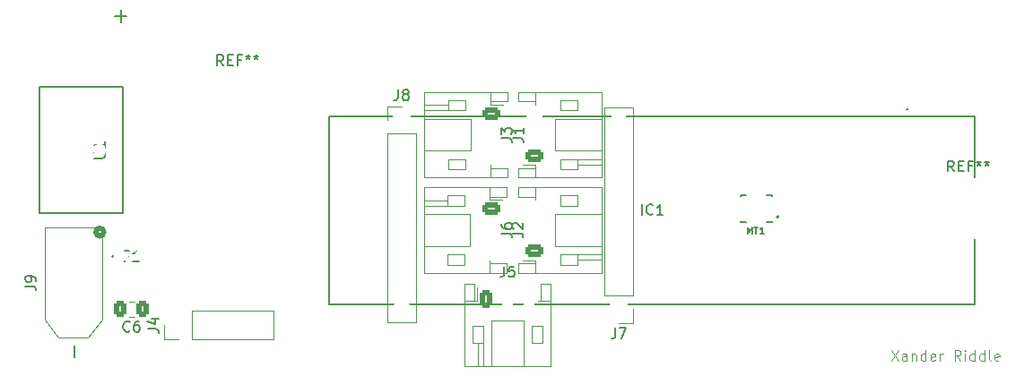
<source format=gto>
%TF.GenerationSoftware,KiCad,Pcbnew,8.0.4*%
%TF.CreationDate,2024-09-27T18:01:19-04:00*%
%TF.ProjectId,Sp-I,53702d49-2e6b-4696-9361-645f70636258,rev?*%
%TF.SameCoordinates,Original*%
%TF.FileFunction,Legend,Top*%
%TF.FilePolarity,Positive*%
%FSLAX46Y46*%
G04 Gerber Fmt 4.6, Leading zero omitted, Abs format (unit mm)*
G04 Created by KiCad (PCBNEW 8.0.4) date 2024-09-27 18:01:19*
%MOMM*%
%LPD*%
G01*
G04 APERTURE LIST*
G04 Aperture macros list*
%AMRoundRect*
0 Rectangle with rounded corners*
0 $1 Rounding radius*
0 $2 $3 $4 $5 $6 $7 $8 $9 X,Y pos of 4 corners*
0 Add a 4 corners polygon primitive as box body*
4,1,4,$2,$3,$4,$5,$6,$7,$8,$9,$2,$3,0*
0 Add four circle primitives for the rounded corners*
1,1,$1+$1,$2,$3*
1,1,$1+$1,$4,$5*
1,1,$1+$1,$6,$7*
1,1,$1+$1,$8,$9*
0 Add four rect primitives between the rounded corners*
20,1,$1+$1,$2,$3,$4,$5,0*
20,1,$1+$1,$4,$5,$6,$7,0*
20,1,$1+$1,$6,$7,$8,$9,0*
20,1,$1+$1,$8,$9,$2,$3,0*%
G04 Aperture macros list end*
%ADD10C,0.100000*%
%ADD11C,0.150000*%
%ADD12C,0.200000*%
%ADD13C,0.120000*%
%ADD14C,0.127000*%
%ADD15C,0.152400*%
%ADD16C,0.508000*%
%ADD17C,0.010000*%
%ADD18C,6.000000*%
%ADD19C,1.869000*%
%ADD20R,1.700000X1.700000*%
%ADD21O,1.700000X1.700000*%
%ADD22RoundRect,0.250000X0.337500X0.475000X-0.337500X0.475000X-0.337500X-0.475000X0.337500X-0.475000X0*%
%ADD23RoundRect,0.250000X-0.625000X0.350000X-0.625000X-0.350000X0.625000X-0.350000X0.625000X0.350000X0*%
%ADD24O,1.750000X1.200000*%
%ADD25RoundRect,0.250000X0.625000X-0.350000X0.625000X0.350000X-0.625000X0.350000X-0.625000X-0.350000X0*%
%ADD26R,3.800000X3.800000*%
%ADD27C,4.000000*%
%ADD28R,0.698500X0.939800*%
%ADD29C,1.270000*%
%ADD30RoundRect,0.250000X-0.350000X-0.625000X0.350000X-0.625000X0.350000X0.625000X-0.350000X0.625000X0*%
%ADD31O,1.200000X1.750000*%
G04 APERTURE END LIST*
D10*
X183208646Y-147872419D02*
X183875312Y-148872419D01*
X183875312Y-147872419D02*
X183208646Y-148872419D01*
X184684836Y-148872419D02*
X184684836Y-148348609D01*
X184684836Y-148348609D02*
X184637217Y-148253371D01*
X184637217Y-148253371D02*
X184541979Y-148205752D01*
X184541979Y-148205752D02*
X184351503Y-148205752D01*
X184351503Y-148205752D02*
X184256265Y-148253371D01*
X184684836Y-148824800D02*
X184589598Y-148872419D01*
X184589598Y-148872419D02*
X184351503Y-148872419D01*
X184351503Y-148872419D02*
X184256265Y-148824800D01*
X184256265Y-148824800D02*
X184208646Y-148729561D01*
X184208646Y-148729561D02*
X184208646Y-148634323D01*
X184208646Y-148634323D02*
X184256265Y-148539085D01*
X184256265Y-148539085D02*
X184351503Y-148491466D01*
X184351503Y-148491466D02*
X184589598Y-148491466D01*
X184589598Y-148491466D02*
X184684836Y-148443847D01*
X185161027Y-148205752D02*
X185161027Y-148872419D01*
X185161027Y-148300990D02*
X185208646Y-148253371D01*
X185208646Y-148253371D02*
X185303884Y-148205752D01*
X185303884Y-148205752D02*
X185446741Y-148205752D01*
X185446741Y-148205752D02*
X185541979Y-148253371D01*
X185541979Y-148253371D02*
X185589598Y-148348609D01*
X185589598Y-148348609D02*
X185589598Y-148872419D01*
X186494360Y-148872419D02*
X186494360Y-147872419D01*
X186494360Y-148824800D02*
X186399122Y-148872419D01*
X186399122Y-148872419D02*
X186208646Y-148872419D01*
X186208646Y-148872419D02*
X186113408Y-148824800D01*
X186113408Y-148824800D02*
X186065789Y-148777180D01*
X186065789Y-148777180D02*
X186018170Y-148681942D01*
X186018170Y-148681942D02*
X186018170Y-148396228D01*
X186018170Y-148396228D02*
X186065789Y-148300990D01*
X186065789Y-148300990D02*
X186113408Y-148253371D01*
X186113408Y-148253371D02*
X186208646Y-148205752D01*
X186208646Y-148205752D02*
X186399122Y-148205752D01*
X186399122Y-148205752D02*
X186494360Y-148253371D01*
X187351503Y-148824800D02*
X187256265Y-148872419D01*
X187256265Y-148872419D02*
X187065789Y-148872419D01*
X187065789Y-148872419D02*
X186970551Y-148824800D01*
X186970551Y-148824800D02*
X186922932Y-148729561D01*
X186922932Y-148729561D02*
X186922932Y-148348609D01*
X186922932Y-148348609D02*
X186970551Y-148253371D01*
X186970551Y-148253371D02*
X187065789Y-148205752D01*
X187065789Y-148205752D02*
X187256265Y-148205752D01*
X187256265Y-148205752D02*
X187351503Y-148253371D01*
X187351503Y-148253371D02*
X187399122Y-148348609D01*
X187399122Y-148348609D02*
X187399122Y-148443847D01*
X187399122Y-148443847D02*
X186922932Y-148539085D01*
X187827694Y-148872419D02*
X187827694Y-148205752D01*
X187827694Y-148396228D02*
X187875313Y-148300990D01*
X187875313Y-148300990D02*
X187922932Y-148253371D01*
X187922932Y-148253371D02*
X188018170Y-148205752D01*
X188018170Y-148205752D02*
X188113408Y-148205752D01*
X189780075Y-148872419D02*
X189446742Y-148396228D01*
X189208647Y-148872419D02*
X189208647Y-147872419D01*
X189208647Y-147872419D02*
X189589599Y-147872419D01*
X189589599Y-147872419D02*
X189684837Y-147920038D01*
X189684837Y-147920038D02*
X189732456Y-147967657D01*
X189732456Y-147967657D02*
X189780075Y-148062895D01*
X189780075Y-148062895D02*
X189780075Y-148205752D01*
X189780075Y-148205752D02*
X189732456Y-148300990D01*
X189732456Y-148300990D02*
X189684837Y-148348609D01*
X189684837Y-148348609D02*
X189589599Y-148396228D01*
X189589599Y-148396228D02*
X189208647Y-148396228D01*
X190208647Y-148872419D02*
X190208647Y-148205752D01*
X190208647Y-147872419D02*
X190161028Y-147920038D01*
X190161028Y-147920038D02*
X190208647Y-147967657D01*
X190208647Y-147967657D02*
X190256266Y-147920038D01*
X190256266Y-147920038D02*
X190208647Y-147872419D01*
X190208647Y-147872419D02*
X190208647Y-147967657D01*
X191113408Y-148872419D02*
X191113408Y-147872419D01*
X191113408Y-148824800D02*
X191018170Y-148872419D01*
X191018170Y-148872419D02*
X190827694Y-148872419D01*
X190827694Y-148872419D02*
X190732456Y-148824800D01*
X190732456Y-148824800D02*
X190684837Y-148777180D01*
X190684837Y-148777180D02*
X190637218Y-148681942D01*
X190637218Y-148681942D02*
X190637218Y-148396228D01*
X190637218Y-148396228D02*
X190684837Y-148300990D01*
X190684837Y-148300990D02*
X190732456Y-148253371D01*
X190732456Y-148253371D02*
X190827694Y-148205752D01*
X190827694Y-148205752D02*
X191018170Y-148205752D01*
X191018170Y-148205752D02*
X191113408Y-148253371D01*
X192018170Y-148872419D02*
X192018170Y-147872419D01*
X192018170Y-148824800D02*
X191922932Y-148872419D01*
X191922932Y-148872419D02*
X191732456Y-148872419D01*
X191732456Y-148872419D02*
X191637218Y-148824800D01*
X191637218Y-148824800D02*
X191589599Y-148777180D01*
X191589599Y-148777180D02*
X191541980Y-148681942D01*
X191541980Y-148681942D02*
X191541980Y-148396228D01*
X191541980Y-148396228D02*
X191589599Y-148300990D01*
X191589599Y-148300990D02*
X191637218Y-148253371D01*
X191637218Y-148253371D02*
X191732456Y-148205752D01*
X191732456Y-148205752D02*
X191922932Y-148205752D01*
X191922932Y-148205752D02*
X192018170Y-148253371D01*
X192637218Y-148872419D02*
X192541980Y-148824800D01*
X192541980Y-148824800D02*
X192494361Y-148729561D01*
X192494361Y-148729561D02*
X192494361Y-147872419D01*
X193399123Y-148824800D02*
X193303885Y-148872419D01*
X193303885Y-148872419D02*
X193113409Y-148872419D01*
X193113409Y-148872419D02*
X193018171Y-148824800D01*
X193018171Y-148824800D02*
X192970552Y-148729561D01*
X192970552Y-148729561D02*
X192970552Y-148348609D01*
X192970552Y-148348609D02*
X193018171Y-148253371D01*
X193018171Y-148253371D02*
X193113409Y-148205752D01*
X193113409Y-148205752D02*
X193303885Y-148205752D01*
X193303885Y-148205752D02*
X193399123Y-148253371D01*
X193399123Y-148253371D02*
X193446742Y-148348609D01*
X193446742Y-148348609D02*
X193446742Y-148443847D01*
X193446742Y-148443847D02*
X192970552Y-148539085D01*
D11*
X120166666Y-120954819D02*
X119833333Y-120478628D01*
X119595238Y-120954819D02*
X119595238Y-119954819D01*
X119595238Y-119954819D02*
X119976190Y-119954819D01*
X119976190Y-119954819D02*
X120071428Y-120002438D01*
X120071428Y-120002438D02*
X120119047Y-120050057D01*
X120119047Y-120050057D02*
X120166666Y-120145295D01*
X120166666Y-120145295D02*
X120166666Y-120288152D01*
X120166666Y-120288152D02*
X120119047Y-120383390D01*
X120119047Y-120383390D02*
X120071428Y-120431009D01*
X120071428Y-120431009D02*
X119976190Y-120478628D01*
X119976190Y-120478628D02*
X119595238Y-120478628D01*
X120595238Y-120431009D02*
X120928571Y-120431009D01*
X121071428Y-120954819D02*
X120595238Y-120954819D01*
X120595238Y-120954819D02*
X120595238Y-119954819D01*
X120595238Y-119954819D02*
X121071428Y-119954819D01*
X121833333Y-120431009D02*
X121500000Y-120431009D01*
X121500000Y-120954819D02*
X121500000Y-119954819D01*
X121500000Y-119954819D02*
X121976190Y-119954819D01*
X122500000Y-119954819D02*
X122500000Y-120192914D01*
X122261905Y-120097676D02*
X122500000Y-120192914D01*
X122500000Y-120192914D02*
X122738095Y-120097676D01*
X122357143Y-120383390D02*
X122500000Y-120192914D01*
X122500000Y-120192914D02*
X122642857Y-120383390D01*
X123261905Y-119954819D02*
X123261905Y-120192914D01*
X123023810Y-120097676D02*
X123261905Y-120192914D01*
X123261905Y-120192914D02*
X123500000Y-120097676D01*
X123119048Y-120383390D02*
X123261905Y-120192914D01*
X123261905Y-120192914D02*
X123404762Y-120383390D01*
X189166666Y-130954819D02*
X188833333Y-130478628D01*
X188595238Y-130954819D02*
X188595238Y-129954819D01*
X188595238Y-129954819D02*
X188976190Y-129954819D01*
X188976190Y-129954819D02*
X189071428Y-130002438D01*
X189071428Y-130002438D02*
X189119047Y-130050057D01*
X189119047Y-130050057D02*
X189166666Y-130145295D01*
X189166666Y-130145295D02*
X189166666Y-130288152D01*
X189166666Y-130288152D02*
X189119047Y-130383390D01*
X189119047Y-130383390D02*
X189071428Y-130431009D01*
X189071428Y-130431009D02*
X188976190Y-130478628D01*
X188976190Y-130478628D02*
X188595238Y-130478628D01*
X189595238Y-130431009D02*
X189928571Y-130431009D01*
X190071428Y-130954819D02*
X189595238Y-130954819D01*
X189595238Y-130954819D02*
X189595238Y-129954819D01*
X189595238Y-129954819D02*
X190071428Y-129954819D01*
X190833333Y-130431009D02*
X190500000Y-130431009D01*
X190500000Y-130954819D02*
X190500000Y-129954819D01*
X190500000Y-129954819D02*
X190976190Y-129954819D01*
X191500000Y-129954819D02*
X191500000Y-130192914D01*
X191261905Y-130097676D02*
X191500000Y-130192914D01*
X191500000Y-130192914D02*
X191738095Y-130097676D01*
X191357143Y-130383390D02*
X191500000Y-130192914D01*
X191500000Y-130192914D02*
X191642857Y-130383390D01*
X192261905Y-129954819D02*
X192261905Y-130192914D01*
X192023810Y-130097676D02*
X192261905Y-130192914D01*
X192261905Y-130192914D02*
X192500000Y-130097676D01*
X192119048Y-130383390D02*
X192261905Y-130192914D01*
X192261905Y-130192914D02*
X192404762Y-130383390D01*
X159673810Y-135074819D02*
X159673810Y-134074819D01*
X160721428Y-134979580D02*
X160673809Y-135027200D01*
X160673809Y-135027200D02*
X160530952Y-135074819D01*
X160530952Y-135074819D02*
X160435714Y-135074819D01*
X160435714Y-135074819D02*
X160292857Y-135027200D01*
X160292857Y-135027200D02*
X160197619Y-134931961D01*
X160197619Y-134931961D02*
X160150000Y-134836723D01*
X160150000Y-134836723D02*
X160102381Y-134646247D01*
X160102381Y-134646247D02*
X160102381Y-134503390D01*
X160102381Y-134503390D02*
X160150000Y-134312914D01*
X160150000Y-134312914D02*
X160197619Y-134217676D01*
X160197619Y-134217676D02*
X160292857Y-134122438D01*
X160292857Y-134122438D02*
X160435714Y-134074819D01*
X160435714Y-134074819D02*
X160530952Y-134074819D01*
X160530952Y-134074819D02*
X160673809Y-134122438D01*
X160673809Y-134122438D02*
X160721428Y-134170057D01*
X161673809Y-135074819D02*
X161102381Y-135074819D01*
X161388095Y-135074819D02*
X161388095Y-134074819D01*
X161388095Y-134074819D02*
X161292857Y-134217676D01*
X161292857Y-134217676D02*
X161197619Y-134312914D01*
X161197619Y-134312914D02*
X161102381Y-134360533D01*
X136666666Y-123249819D02*
X136666666Y-123964104D01*
X136666666Y-123964104D02*
X136619047Y-124106961D01*
X136619047Y-124106961D02*
X136523809Y-124202200D01*
X136523809Y-124202200D02*
X136380952Y-124249819D01*
X136380952Y-124249819D02*
X136285714Y-124249819D01*
X137285714Y-123678390D02*
X137190476Y-123630771D01*
X137190476Y-123630771D02*
X137142857Y-123583152D01*
X137142857Y-123583152D02*
X137095238Y-123487914D01*
X137095238Y-123487914D02*
X137095238Y-123440295D01*
X137095238Y-123440295D02*
X137142857Y-123345057D01*
X137142857Y-123345057D02*
X137190476Y-123297438D01*
X137190476Y-123297438D02*
X137285714Y-123249819D01*
X137285714Y-123249819D02*
X137476190Y-123249819D01*
X137476190Y-123249819D02*
X137571428Y-123297438D01*
X137571428Y-123297438D02*
X137619047Y-123345057D01*
X137619047Y-123345057D02*
X137666666Y-123440295D01*
X137666666Y-123440295D02*
X137666666Y-123487914D01*
X137666666Y-123487914D02*
X137619047Y-123583152D01*
X137619047Y-123583152D02*
X137571428Y-123630771D01*
X137571428Y-123630771D02*
X137476190Y-123678390D01*
X137476190Y-123678390D02*
X137285714Y-123678390D01*
X137285714Y-123678390D02*
X137190476Y-123726009D01*
X137190476Y-123726009D02*
X137142857Y-123773628D01*
X137142857Y-123773628D02*
X137095238Y-123868866D01*
X137095238Y-123868866D02*
X137095238Y-124059342D01*
X137095238Y-124059342D02*
X137142857Y-124154580D01*
X137142857Y-124154580D02*
X137190476Y-124202200D01*
X137190476Y-124202200D02*
X137285714Y-124249819D01*
X137285714Y-124249819D02*
X137476190Y-124249819D01*
X137476190Y-124249819D02*
X137571428Y-124202200D01*
X137571428Y-124202200D02*
X137619047Y-124154580D01*
X137619047Y-124154580D02*
X137666666Y-124059342D01*
X137666666Y-124059342D02*
X137666666Y-123868866D01*
X137666666Y-123868866D02*
X137619047Y-123773628D01*
X137619047Y-123773628D02*
X137571428Y-123726009D01*
X137571428Y-123726009D02*
X137476190Y-123678390D01*
X111333333Y-146039580D02*
X111285714Y-146087200D01*
X111285714Y-146087200D02*
X111142857Y-146134819D01*
X111142857Y-146134819D02*
X111047619Y-146134819D01*
X111047619Y-146134819D02*
X110904762Y-146087200D01*
X110904762Y-146087200D02*
X110809524Y-145991961D01*
X110809524Y-145991961D02*
X110761905Y-145896723D01*
X110761905Y-145896723D02*
X110714286Y-145706247D01*
X110714286Y-145706247D02*
X110714286Y-145563390D01*
X110714286Y-145563390D02*
X110761905Y-145372914D01*
X110761905Y-145372914D02*
X110809524Y-145277676D01*
X110809524Y-145277676D02*
X110904762Y-145182438D01*
X110904762Y-145182438D02*
X111047619Y-145134819D01*
X111047619Y-145134819D02*
X111142857Y-145134819D01*
X111142857Y-145134819D02*
X111285714Y-145182438D01*
X111285714Y-145182438D02*
X111333333Y-145230057D01*
X112190476Y-145134819D02*
X112000000Y-145134819D01*
X112000000Y-145134819D02*
X111904762Y-145182438D01*
X111904762Y-145182438D02*
X111857143Y-145230057D01*
X111857143Y-145230057D02*
X111761905Y-145372914D01*
X111761905Y-145372914D02*
X111714286Y-145563390D01*
X111714286Y-145563390D02*
X111714286Y-145944342D01*
X111714286Y-145944342D02*
X111761905Y-146039580D01*
X111761905Y-146039580D02*
X111809524Y-146087200D01*
X111809524Y-146087200D02*
X111904762Y-146134819D01*
X111904762Y-146134819D02*
X112095238Y-146134819D01*
X112095238Y-146134819D02*
X112190476Y-146087200D01*
X112190476Y-146087200D02*
X112238095Y-146039580D01*
X112238095Y-146039580D02*
X112285714Y-145944342D01*
X112285714Y-145944342D02*
X112285714Y-145706247D01*
X112285714Y-145706247D02*
X112238095Y-145611009D01*
X112238095Y-145611009D02*
X112190476Y-145563390D01*
X112190476Y-145563390D02*
X112095238Y-145515771D01*
X112095238Y-145515771D02*
X111904762Y-145515771D01*
X111904762Y-145515771D02*
X111809524Y-145563390D01*
X111809524Y-145563390D02*
X111761905Y-145611009D01*
X111761905Y-145611009D02*
X111714286Y-145706247D01*
X147454819Y-136833333D02*
X148169104Y-136833333D01*
X148169104Y-136833333D02*
X148311961Y-136880952D01*
X148311961Y-136880952D02*
X148407200Y-136976190D01*
X148407200Y-136976190D02*
X148454819Y-137119047D01*
X148454819Y-137119047D02*
X148454819Y-137214285D01*
X147550057Y-136404761D02*
X147502438Y-136357142D01*
X147502438Y-136357142D02*
X147454819Y-136261904D01*
X147454819Y-136261904D02*
X147454819Y-136023809D01*
X147454819Y-136023809D02*
X147502438Y-135928571D01*
X147502438Y-135928571D02*
X147550057Y-135880952D01*
X147550057Y-135880952D02*
X147645295Y-135833333D01*
X147645295Y-135833333D02*
X147740533Y-135833333D01*
X147740533Y-135833333D02*
X147883390Y-135880952D01*
X147883390Y-135880952D02*
X148454819Y-136452380D01*
X148454819Y-136452380D02*
X148454819Y-135833333D01*
X146404819Y-127833333D02*
X147119104Y-127833333D01*
X147119104Y-127833333D02*
X147261961Y-127880952D01*
X147261961Y-127880952D02*
X147357200Y-127976190D01*
X147357200Y-127976190D02*
X147404819Y-128119047D01*
X147404819Y-128119047D02*
X147404819Y-128214285D01*
X146404819Y-127452380D02*
X146404819Y-126833333D01*
X146404819Y-126833333D02*
X146785771Y-127166666D01*
X146785771Y-127166666D02*
X146785771Y-127023809D01*
X146785771Y-127023809D02*
X146833390Y-126928571D01*
X146833390Y-126928571D02*
X146881009Y-126880952D01*
X146881009Y-126880952D02*
X146976247Y-126833333D01*
X146976247Y-126833333D02*
X147214342Y-126833333D01*
X147214342Y-126833333D02*
X147309580Y-126880952D01*
X147309580Y-126880952D02*
X147357200Y-126928571D01*
X147357200Y-126928571D02*
X147404819Y-127023809D01*
X147404819Y-127023809D02*
X147404819Y-127309523D01*
X147404819Y-127309523D02*
X147357200Y-127404761D01*
X147357200Y-127404761D02*
X147309580Y-127452380D01*
X169656094Y-136894676D02*
X169656094Y-136254676D01*
X169656094Y-136254676D02*
X169869428Y-136711819D01*
X169869428Y-136711819D02*
X170082761Y-136254676D01*
X170082761Y-136254676D02*
X170082761Y-136894676D01*
X170296095Y-136254676D02*
X170661809Y-136254676D01*
X170478952Y-136894676D02*
X170478952Y-136254676D01*
X171210381Y-136894676D02*
X170844666Y-136894676D01*
X171027523Y-136894676D02*
X171027523Y-136254676D01*
X171027523Y-136254676D02*
X170966571Y-136346104D01*
X170966571Y-136346104D02*
X170905619Y-136407057D01*
X170905619Y-136407057D02*
X170844666Y-136437533D01*
X157166666Y-145784819D02*
X157166666Y-146499104D01*
X157166666Y-146499104D02*
X157119047Y-146641961D01*
X157119047Y-146641961D02*
X157023809Y-146737200D01*
X157023809Y-146737200D02*
X156880952Y-146784819D01*
X156880952Y-146784819D02*
X156785714Y-146784819D01*
X157547619Y-145784819D02*
X158214285Y-145784819D01*
X158214285Y-145784819D02*
X157785714Y-146784819D01*
X101454819Y-141833333D02*
X102169104Y-141833333D01*
X102169104Y-141833333D02*
X102311961Y-141880952D01*
X102311961Y-141880952D02*
X102407200Y-141976190D01*
X102407200Y-141976190D02*
X102454819Y-142119047D01*
X102454819Y-142119047D02*
X102454819Y-142214285D01*
X102454819Y-141309523D02*
X102454819Y-141119047D01*
X102454819Y-141119047D02*
X102407200Y-141023809D01*
X102407200Y-141023809D02*
X102359580Y-140976190D01*
X102359580Y-140976190D02*
X102216723Y-140880952D01*
X102216723Y-140880952D02*
X102026247Y-140833333D01*
X102026247Y-140833333D02*
X101645295Y-140833333D01*
X101645295Y-140833333D02*
X101550057Y-140880952D01*
X101550057Y-140880952D02*
X101502438Y-140928571D01*
X101502438Y-140928571D02*
X101454819Y-141023809D01*
X101454819Y-141023809D02*
X101454819Y-141214285D01*
X101454819Y-141214285D02*
X101502438Y-141309523D01*
X101502438Y-141309523D02*
X101550057Y-141357142D01*
X101550057Y-141357142D02*
X101645295Y-141404761D01*
X101645295Y-141404761D02*
X101883390Y-141404761D01*
X101883390Y-141404761D02*
X101978628Y-141357142D01*
X101978628Y-141357142D02*
X102026247Y-141309523D01*
X102026247Y-141309523D02*
X102073866Y-141214285D01*
X102073866Y-141214285D02*
X102073866Y-141023809D01*
X102073866Y-141023809D02*
X102026247Y-140928571D01*
X102026247Y-140928571D02*
X101978628Y-140880952D01*
X101978628Y-140880952D02*
X101883390Y-140833333D01*
X106114700Y-148571428D02*
X106114700Y-147428571D01*
X110464700Y-116843928D02*
X110464700Y-115701071D01*
X111036128Y-116272499D02*
X109893271Y-116272499D01*
X111166666Y-138931009D02*
X110833333Y-138931009D01*
X110833333Y-139454819D02*
X110833333Y-138454819D01*
X110833333Y-138454819D02*
X111309523Y-138454819D01*
X112214285Y-139454819D02*
X111642857Y-139454819D01*
X111928571Y-139454819D02*
X111928571Y-138454819D01*
X111928571Y-138454819D02*
X111833333Y-138597676D01*
X111833333Y-138597676D02*
X111738095Y-138692914D01*
X111738095Y-138692914D02*
X111642857Y-138740533D01*
X107954819Y-129721904D02*
X108764342Y-129721904D01*
X108764342Y-129721904D02*
X108859580Y-129674285D01*
X108859580Y-129674285D02*
X108907200Y-129626666D01*
X108907200Y-129626666D02*
X108954819Y-129531428D01*
X108954819Y-129531428D02*
X108954819Y-129340952D01*
X108954819Y-129340952D02*
X108907200Y-129245714D01*
X108907200Y-129245714D02*
X108859580Y-129198095D01*
X108859580Y-129198095D02*
X108764342Y-129150476D01*
X108764342Y-129150476D02*
X107954819Y-129150476D01*
X108954819Y-128150476D02*
X108954819Y-128721904D01*
X108954819Y-128436190D02*
X107954819Y-128436190D01*
X107954819Y-128436190D02*
X108097676Y-128531428D01*
X108097676Y-128531428D02*
X108192914Y-128626666D01*
X108192914Y-128626666D02*
X108240533Y-128721904D01*
X113044819Y-145833333D02*
X113759104Y-145833333D01*
X113759104Y-145833333D02*
X113901961Y-145880952D01*
X113901961Y-145880952D02*
X113997200Y-145976190D01*
X113997200Y-145976190D02*
X114044819Y-146119047D01*
X114044819Y-146119047D02*
X114044819Y-146214285D01*
X113378152Y-144928571D02*
X114044819Y-144928571D01*
X112997200Y-145166666D02*
X113711485Y-145404761D01*
X113711485Y-145404761D02*
X113711485Y-144785714D01*
X147504819Y-127833333D02*
X148219104Y-127833333D01*
X148219104Y-127833333D02*
X148361961Y-127880952D01*
X148361961Y-127880952D02*
X148457200Y-127976190D01*
X148457200Y-127976190D02*
X148504819Y-128119047D01*
X148504819Y-128119047D02*
X148504819Y-128214285D01*
X148504819Y-126833333D02*
X148504819Y-127404761D01*
X148504819Y-127119047D02*
X147504819Y-127119047D01*
X147504819Y-127119047D02*
X147647676Y-127214285D01*
X147647676Y-127214285D02*
X147742914Y-127309523D01*
X147742914Y-127309523D02*
X147790533Y-127404761D01*
X146404819Y-136833333D02*
X147119104Y-136833333D01*
X147119104Y-136833333D02*
X147261961Y-136880952D01*
X147261961Y-136880952D02*
X147357200Y-136976190D01*
X147357200Y-136976190D02*
X147404819Y-137119047D01*
X147404819Y-137119047D02*
X147404819Y-137214285D01*
X146404819Y-135928571D02*
X146404819Y-136119047D01*
X146404819Y-136119047D02*
X146452438Y-136214285D01*
X146452438Y-136214285D02*
X146500057Y-136261904D01*
X146500057Y-136261904D02*
X146642914Y-136357142D01*
X146642914Y-136357142D02*
X146833390Y-136404761D01*
X146833390Y-136404761D02*
X147214342Y-136404761D01*
X147214342Y-136404761D02*
X147309580Y-136357142D01*
X147309580Y-136357142D02*
X147357200Y-136309523D01*
X147357200Y-136309523D02*
X147404819Y-136214285D01*
X147404819Y-136214285D02*
X147404819Y-136023809D01*
X147404819Y-136023809D02*
X147357200Y-135928571D01*
X147357200Y-135928571D02*
X147309580Y-135880952D01*
X147309580Y-135880952D02*
X147214342Y-135833333D01*
X147214342Y-135833333D02*
X146976247Y-135833333D01*
X146976247Y-135833333D02*
X146881009Y-135880952D01*
X146881009Y-135880952D02*
X146833390Y-135928571D01*
X146833390Y-135928571D02*
X146785771Y-136023809D01*
X146785771Y-136023809D02*
X146785771Y-136214285D01*
X146785771Y-136214285D02*
X146833390Y-136309523D01*
X146833390Y-136309523D02*
X146881009Y-136357142D01*
X146881009Y-136357142D02*
X146976247Y-136404761D01*
X146666666Y-139954819D02*
X146666666Y-140669104D01*
X146666666Y-140669104D02*
X146619047Y-140811961D01*
X146619047Y-140811961D02*
X146523809Y-140907200D01*
X146523809Y-140907200D02*
X146380952Y-140954819D01*
X146380952Y-140954819D02*
X146285714Y-140954819D01*
X147619047Y-139954819D02*
X147142857Y-139954819D01*
X147142857Y-139954819D02*
X147095238Y-140431009D01*
X147095238Y-140431009D02*
X147142857Y-140383390D01*
X147142857Y-140383390D02*
X147238095Y-140335771D01*
X147238095Y-140335771D02*
X147476190Y-140335771D01*
X147476190Y-140335771D02*
X147571428Y-140383390D01*
X147571428Y-140383390D02*
X147619047Y-140431009D01*
X147619047Y-140431009D02*
X147666666Y-140526247D01*
X147666666Y-140526247D02*
X147666666Y-140764342D01*
X147666666Y-140764342D02*
X147619047Y-140859580D01*
X147619047Y-140859580D02*
X147571428Y-140907200D01*
X147571428Y-140907200D02*
X147476190Y-140954819D01*
X147476190Y-140954819D02*
X147238095Y-140954819D01*
X147238095Y-140954819D02*
X147142857Y-140907200D01*
X147142857Y-140907200D02*
X147095238Y-140859580D01*
D12*
%TO.C,IC1*%
X130170000Y-125730000D02*
X130170000Y-143510000D01*
X130170000Y-143510000D02*
X191130000Y-143510000D01*
X184680000Y-125100000D02*
X184680000Y-125100000D01*
X184780000Y-125100000D02*
X184780000Y-125100000D01*
X184780000Y-125100000D02*
X184780000Y-125100000D01*
X191130000Y-125730000D02*
X130170000Y-125730000D01*
X191130000Y-143510000D02*
X191130000Y-125730000D01*
X184680000Y-125100000D02*
G75*
G02*
X184780000Y-125100000I50000J0D01*
G01*
X184680000Y-125100000D02*
G75*
G02*
X184780000Y-125100000I50000J0D01*
G01*
X184780000Y-125100000D02*
G75*
G02*
X184680000Y-125100000I-50000J0D01*
G01*
D13*
%TO.C,J8*%
X135670000Y-124795000D02*
X137000000Y-124795000D01*
X135670000Y-126125000D02*
X135670000Y-124795000D01*
X135670000Y-127395000D02*
X135670000Y-145235000D01*
X135670000Y-127395000D02*
X138330000Y-127395000D01*
X135670000Y-145235000D02*
X138330000Y-145235000D01*
X138330000Y-127395000D02*
X138330000Y-145235000D01*
%TO.C,C6*%
X111761252Y-143265000D02*
X111238748Y-143265000D01*
X111761252Y-144735000D02*
X111238748Y-144735000D01*
%TO.C,J2*%
X146910000Y-140560000D02*
X146910000Y-139640000D01*
X146910000Y-139640000D02*
X145310000Y-139640000D01*
X146910000Y-133360000D02*
X146910000Y-132440000D01*
X146910000Y-132440000D02*
X139090000Y-132440000D01*
X145310000Y-140560000D02*
X145310000Y-139640000D01*
X145310000Y-139640000D02*
X145310000Y-139360000D01*
X145310000Y-133640000D02*
X146525000Y-133640000D01*
X145310000Y-133640000D02*
X145310000Y-133360000D01*
X145310000Y-133360000D02*
X146910000Y-133360000D01*
X145310000Y-132440000D02*
X145310000Y-133360000D01*
X143450000Y-138000000D02*
X139090000Y-138000000D01*
X143450000Y-135000000D02*
X143450000Y-138000000D01*
X142950000Y-139800000D02*
X141350000Y-139800000D01*
X142950000Y-138800000D02*
X142950000Y-139800000D01*
X142950000Y-134200000D02*
X142950000Y-133200000D01*
X142950000Y-133200000D02*
X141350000Y-133200000D01*
X141350000Y-139800000D02*
X141350000Y-138800000D01*
X141350000Y-138800000D02*
X142950000Y-138800000D01*
X141350000Y-134200000D02*
X142950000Y-134200000D01*
X141350000Y-134200000D02*
X139090000Y-134200000D01*
X141350000Y-133700000D02*
X139090000Y-133700000D01*
X141350000Y-133200000D02*
X141350000Y-134200000D01*
X139090000Y-140560000D02*
X146910000Y-140560000D01*
X139090000Y-135000000D02*
X143450000Y-135000000D01*
X139090000Y-132440000D02*
X139090000Y-140560000D01*
%TO.C,J3*%
X148040000Y-123440000D02*
X148040000Y-124360000D01*
X148040000Y-124360000D02*
X149640000Y-124360000D01*
X148040000Y-130640000D02*
X148040000Y-131560000D01*
X148040000Y-131560000D02*
X155860000Y-131560000D01*
X149640000Y-123440000D02*
X149640000Y-124360000D01*
X149640000Y-124360000D02*
X149640000Y-124640000D01*
X149640000Y-130360000D02*
X148425000Y-130360000D01*
X149640000Y-130360000D02*
X149640000Y-130640000D01*
X149640000Y-130640000D02*
X148040000Y-130640000D01*
X149640000Y-131560000D02*
X149640000Y-130640000D01*
X151500000Y-126000000D02*
X155860000Y-126000000D01*
X151500000Y-129000000D02*
X151500000Y-126000000D01*
X152000000Y-124200000D02*
X153600000Y-124200000D01*
X152000000Y-125200000D02*
X152000000Y-124200000D01*
X152000000Y-129800000D02*
X152000000Y-130800000D01*
X152000000Y-130800000D02*
X153600000Y-130800000D01*
X153600000Y-124200000D02*
X153600000Y-125200000D01*
X153600000Y-125200000D02*
X152000000Y-125200000D01*
X153600000Y-129800000D02*
X152000000Y-129800000D01*
X153600000Y-129800000D02*
X155860000Y-129800000D01*
X153600000Y-130300000D02*
X155860000Y-130300000D01*
X153600000Y-130800000D02*
X153600000Y-129800000D01*
X155860000Y-123440000D02*
X148040000Y-123440000D01*
X155860000Y-129000000D02*
X151500000Y-129000000D01*
X155860000Y-131560000D02*
X155860000Y-123440000D01*
D14*
%TO.C,MT1*%
X169000000Y-133250000D02*
X169000000Y-133305000D01*
X169000000Y-133250000D02*
X169555000Y-133250000D01*
X169000000Y-135750000D02*
X169000000Y-135695000D01*
X169555000Y-135750000D02*
X169000000Y-135750000D01*
X171445000Y-133250000D02*
X172000000Y-133250000D01*
X172000000Y-133250000D02*
X172000000Y-133305000D01*
X172000000Y-135695000D02*
X172000000Y-135750000D01*
X172000000Y-135750000D02*
X171445000Y-135750000D01*
D12*
X172600000Y-135250000D02*
G75*
G02*
X172400000Y-135250000I-100000J0D01*
G01*
X172400000Y-135250000D02*
G75*
G02*
X172600000Y-135250000I100000J0D01*
G01*
D13*
%TO.C,J7*%
X156170000Y-142730000D02*
X156170000Y-124890000D01*
X158830000Y-124890000D02*
X156170000Y-124890000D01*
X158830000Y-142730000D02*
X156170000Y-142730000D01*
X158830000Y-142730000D02*
X158830000Y-124890000D01*
X158830000Y-144000000D02*
X158830000Y-145330000D01*
X158830000Y-145330000D02*
X157500000Y-145330000D01*
%TO.C,J9*%
X103290000Y-136290000D02*
X108710000Y-136290000D01*
X103290000Y-145010000D02*
X103290000Y-136290000D01*
X104590000Y-146710000D02*
X103290000Y-145010000D01*
X104590000Y-146710000D02*
X107410000Y-146710000D01*
X107410000Y-146710000D02*
X108710000Y-145010000D01*
X108710000Y-145010000D02*
X108710000Y-136290000D01*
D15*
%TO.C,F1*%
X109785500Y-139000000D02*
G75*
G02*
X109633100Y-139000000I-76200J0D01*
G01*
X109633100Y-139000000D02*
G75*
G02*
X109785500Y-139000000I76200J0D01*
G01*
%TO.C,U1*%
X102785000Y-122991000D02*
X102785000Y-134929000D01*
X102785000Y-134929000D02*
X110659000Y-134929000D01*
X110659000Y-122991000D02*
X102785000Y-122991000D01*
X110659000Y-134929000D02*
X110659000Y-122991000D01*
D16*
X108881000Y-136707000D02*
G75*
G02*
X108119000Y-136707000I-381000J0D01*
G01*
X108119000Y-136707000D02*
G75*
G02*
X108881000Y-136707000I381000J0D01*
G01*
D13*
%TO.C,J4*%
X114590000Y-146830000D02*
X114590000Y-145500000D01*
X115920000Y-146830000D02*
X114590000Y-146830000D01*
X117190000Y-144170000D02*
X124870000Y-144170000D01*
X117190000Y-146830000D02*
X117190000Y-144170000D01*
X117190000Y-146830000D02*
X124870000Y-146830000D01*
X124870000Y-146830000D02*
X124870000Y-144170000D01*
%TO.C,J1*%
X139140000Y-123440000D02*
X139140000Y-131560000D01*
X139140000Y-126000000D02*
X143500000Y-126000000D01*
X139140000Y-131560000D02*
X146960000Y-131560000D01*
X141400000Y-124200000D02*
X141400000Y-125200000D01*
X141400000Y-124700000D02*
X139140000Y-124700000D01*
X141400000Y-125200000D02*
X139140000Y-125200000D01*
X141400000Y-125200000D02*
X143000000Y-125200000D01*
X141400000Y-129800000D02*
X143000000Y-129800000D01*
X141400000Y-130800000D02*
X141400000Y-129800000D01*
X143000000Y-124200000D02*
X141400000Y-124200000D01*
X143000000Y-125200000D02*
X143000000Y-124200000D01*
X143000000Y-129800000D02*
X143000000Y-130800000D01*
X143000000Y-130800000D02*
X141400000Y-130800000D01*
X143500000Y-126000000D02*
X143500000Y-129000000D01*
X143500000Y-129000000D02*
X139140000Y-129000000D01*
X145360000Y-123440000D02*
X145360000Y-124360000D01*
X145360000Y-124360000D02*
X146960000Y-124360000D01*
X145360000Y-124640000D02*
X145360000Y-124360000D01*
X145360000Y-124640000D02*
X146575000Y-124640000D01*
X145360000Y-130640000D02*
X145360000Y-130360000D01*
X145360000Y-131560000D02*
X145360000Y-130640000D01*
X146960000Y-123440000D02*
X139140000Y-123440000D01*
X146960000Y-124360000D02*
X146960000Y-123440000D01*
X146960000Y-130640000D02*
X145360000Y-130640000D01*
X146960000Y-131560000D02*
X146960000Y-130640000D01*
%TO.C,J6*%
X148040000Y-132440000D02*
X148040000Y-133360000D01*
X148040000Y-133360000D02*
X149640000Y-133360000D01*
X148040000Y-139640000D02*
X148040000Y-140560000D01*
X148040000Y-140560000D02*
X155860000Y-140560000D01*
X149640000Y-132440000D02*
X149640000Y-133360000D01*
X149640000Y-133360000D02*
X149640000Y-133640000D01*
X149640000Y-139360000D02*
X148425000Y-139360000D01*
X149640000Y-139360000D02*
X149640000Y-139640000D01*
X149640000Y-139640000D02*
X148040000Y-139640000D01*
X149640000Y-140560000D02*
X149640000Y-139640000D01*
X151500000Y-135000000D02*
X155860000Y-135000000D01*
X151500000Y-138000000D02*
X151500000Y-135000000D01*
X152000000Y-133200000D02*
X153600000Y-133200000D01*
X152000000Y-134200000D02*
X152000000Y-133200000D01*
X152000000Y-138800000D02*
X152000000Y-139800000D01*
X152000000Y-139800000D02*
X153600000Y-139800000D01*
X153600000Y-133200000D02*
X153600000Y-134200000D01*
X153600000Y-134200000D02*
X152000000Y-134200000D01*
X153600000Y-138800000D02*
X152000000Y-138800000D01*
X153600000Y-138800000D02*
X155860000Y-138800000D01*
X153600000Y-139300000D02*
X155860000Y-139300000D01*
X153600000Y-139800000D02*
X153600000Y-138800000D01*
X155860000Y-132440000D02*
X148040000Y-132440000D01*
X155860000Y-138000000D02*
X151500000Y-138000000D01*
X155860000Y-140560000D02*
X155860000Y-132440000D01*
%TO.C,J5*%
X142940000Y-141590000D02*
X142940000Y-149410000D01*
X142940000Y-143190000D02*
X143860000Y-143190000D01*
X142940000Y-149410000D02*
X151060000Y-149410000D01*
X143700000Y-145550000D02*
X143700000Y-147150000D01*
X143700000Y-147150000D02*
X144700000Y-147150000D01*
X143860000Y-141590000D02*
X142940000Y-141590000D01*
X143860000Y-143190000D02*
X143860000Y-141590000D01*
X144140000Y-143190000D02*
X143860000Y-143190000D01*
X144140000Y-143190000D02*
X144140000Y-141975000D01*
X144200000Y-147150000D02*
X144200000Y-149410000D01*
X144700000Y-145550000D02*
X143700000Y-145550000D01*
X144700000Y-147150000D02*
X144700000Y-145550000D01*
X144700000Y-147150000D02*
X144700000Y-149410000D01*
X145500000Y-145050000D02*
X148500000Y-145050000D01*
X145500000Y-149410000D02*
X145500000Y-145050000D01*
X148500000Y-145050000D02*
X148500000Y-149410000D01*
X149300000Y-145550000D02*
X150300000Y-145550000D01*
X149300000Y-147150000D02*
X149300000Y-145550000D01*
X150140000Y-141590000D02*
X150140000Y-143190000D01*
X150140000Y-143190000D02*
X149860000Y-143190000D01*
X150300000Y-145550000D02*
X150300000Y-147150000D01*
X150300000Y-147150000D02*
X149300000Y-147150000D01*
X151060000Y-141590000D02*
X150140000Y-141590000D01*
X151060000Y-143190000D02*
X150140000Y-143190000D01*
X151060000Y-149410000D02*
X151060000Y-141590000D01*
%TD*%
%LPC*%
D17*
%TO.C,MT1*%
X169625000Y-133925000D02*
X169050000Y-133925000D01*
X169050000Y-133575000D01*
X169625000Y-133575000D01*
X169625000Y-133925000D01*
G36*
X169625000Y-133925000D02*
G01*
X169050000Y-133925000D01*
X169050000Y-133575000D01*
X169625000Y-133575000D01*
X169625000Y-133925000D01*
G37*
X169625000Y-134425000D02*
X169050000Y-134425000D01*
X169050000Y-134075000D01*
X169625000Y-134075000D01*
X169625000Y-134425000D01*
G36*
X169625000Y-134425000D02*
G01*
X169050000Y-134425000D01*
X169050000Y-134075000D01*
X169625000Y-134075000D01*
X169625000Y-134425000D01*
G37*
X169625000Y-134925000D02*
X169050000Y-134925000D01*
X169050000Y-134575000D01*
X169625000Y-134575000D01*
X169625000Y-134925000D01*
G36*
X169625000Y-134925000D02*
G01*
X169050000Y-134925000D01*
X169050000Y-134575000D01*
X169625000Y-134575000D01*
X169625000Y-134925000D01*
G37*
X169625000Y-135425000D02*
X169050000Y-135425000D01*
X169050000Y-135075000D01*
X169625000Y-135075000D01*
X169625000Y-135425000D01*
G36*
X169625000Y-135425000D02*
G01*
X169050000Y-135425000D01*
X169050000Y-135075000D01*
X169625000Y-135075000D01*
X169625000Y-135425000D01*
G37*
X170175000Y-133875000D02*
X169825000Y-133875000D01*
X169825000Y-133300000D01*
X170175000Y-133300000D01*
X170175000Y-133875000D01*
G36*
X170175000Y-133875000D02*
G01*
X169825000Y-133875000D01*
X169825000Y-133300000D01*
X170175000Y-133300000D01*
X170175000Y-133875000D01*
G37*
X170175000Y-135700000D02*
X169825000Y-135700000D01*
X169825000Y-135125000D01*
X170175000Y-135125000D01*
X170175000Y-135700000D01*
G36*
X170175000Y-135700000D02*
G01*
X169825000Y-135700000D01*
X169825000Y-135125000D01*
X170175000Y-135125000D01*
X170175000Y-135700000D01*
G37*
X170675000Y-133875000D02*
X170325000Y-133875000D01*
X170325000Y-133300000D01*
X170675000Y-133300000D01*
X170675000Y-133875000D01*
G36*
X170675000Y-133875000D02*
G01*
X170325000Y-133875000D01*
X170325000Y-133300000D01*
X170675000Y-133300000D01*
X170675000Y-133875000D01*
G37*
X170675000Y-135700000D02*
X170325000Y-135700000D01*
X170325000Y-135125000D01*
X170675000Y-135125000D01*
X170675000Y-135700000D01*
G36*
X170675000Y-135700000D02*
G01*
X170325000Y-135700000D01*
X170325000Y-135125000D01*
X170675000Y-135125000D01*
X170675000Y-135700000D01*
G37*
X171175000Y-133875000D02*
X170825000Y-133875000D01*
X170825000Y-133300000D01*
X171175000Y-133300000D01*
X171175000Y-133875000D01*
G36*
X171175000Y-133875000D02*
G01*
X170825000Y-133875000D01*
X170825000Y-133300000D01*
X171175000Y-133300000D01*
X171175000Y-133875000D01*
G37*
X171175000Y-135700000D02*
X170825000Y-135700000D01*
X170825000Y-135125000D01*
X171175000Y-135125000D01*
X171175000Y-135700000D01*
G36*
X171175000Y-135700000D02*
G01*
X170825000Y-135700000D01*
X170825000Y-135125000D01*
X171175000Y-135125000D01*
X171175000Y-135700000D01*
G37*
X171950000Y-133925000D02*
X171375000Y-133925000D01*
X171375000Y-133575000D01*
X171950000Y-133575000D01*
X171950000Y-133925000D01*
G36*
X171950000Y-133925000D02*
G01*
X171375000Y-133925000D01*
X171375000Y-133575000D01*
X171950000Y-133575000D01*
X171950000Y-133925000D01*
G37*
X171950000Y-134425000D02*
X171375000Y-134425000D01*
X171375000Y-134075000D01*
X171950000Y-134075000D01*
X171950000Y-134425000D01*
G36*
X171950000Y-134425000D02*
G01*
X171375000Y-134425000D01*
X171375000Y-134075000D01*
X171950000Y-134075000D01*
X171950000Y-134425000D01*
G37*
X171950000Y-134925000D02*
X171375000Y-134925000D01*
X171375000Y-134575000D01*
X171950000Y-134575000D01*
X171950000Y-134925000D01*
G36*
X171950000Y-134925000D02*
G01*
X171375000Y-134925000D01*
X171375000Y-134575000D01*
X171950000Y-134575000D01*
X171950000Y-134925000D01*
G37*
X171950000Y-135425000D02*
X171375000Y-135425000D01*
X171375000Y-135075000D01*
X171950000Y-135075000D01*
X171950000Y-135425000D01*
G36*
X171950000Y-135425000D02*
G01*
X171375000Y-135425000D01*
X171375000Y-135075000D01*
X171950000Y-135075000D01*
X171950000Y-135425000D01*
G37*
%TD*%
D18*
%TO.C,REF\u002A\u002A*%
X121500000Y-124500000D03*
%TD*%
%TO.C,REF\u002A\u002A*%
X190500000Y-134500000D03*
%TD*%
D19*
%TO.C,IC1*%
X184780000Y-127000000D03*
X182240000Y-127000000D03*
X179700000Y-127000000D03*
X177160000Y-127000000D03*
X174620000Y-127000000D03*
X172080000Y-127000000D03*
X169540000Y-127000000D03*
X167000000Y-127000000D03*
X167000000Y-142240000D03*
X169540000Y-142240000D03*
X172080000Y-142240000D03*
X174620000Y-142240000D03*
X177160000Y-142240000D03*
X179700000Y-142240000D03*
X182240000Y-142240000D03*
X184780000Y-142240000D03*
X189860000Y-142240000D03*
X187320000Y-127000000D03*
X187320000Y-142240000D03*
X189860000Y-127000000D03*
%TD*%
D20*
%TO.C,J8*%
X137000000Y-126125000D03*
D21*
X137000000Y-128665000D03*
X137000000Y-131205000D03*
X137000000Y-133745000D03*
X137000000Y-136285000D03*
X137000000Y-138825000D03*
X137000000Y-141365000D03*
X137000000Y-143905000D03*
%TD*%
D22*
%TO.C,C6*%
X112537500Y-144000000D03*
X110462500Y-144000000D03*
%TD*%
D23*
%TO.C,J2*%
X145450000Y-134500000D03*
D24*
X145450000Y-136500000D03*
X145450000Y-138500000D03*
%TD*%
D25*
%TO.C,J3*%
X149500000Y-129500000D03*
D24*
X149500000Y-127500000D03*
X149500000Y-125500000D03*
%TD*%
D20*
%TO.C,J7*%
X157500000Y-144000000D03*
D21*
X157500000Y-141460000D03*
X157500000Y-138920000D03*
X157500000Y-136380000D03*
X157500000Y-133840000D03*
X157500000Y-131300000D03*
X157500000Y-128760000D03*
X157500000Y-126220000D03*
%TD*%
D26*
%TO.C,J9*%
X106000000Y-144000000D03*
D27*
X106000000Y-139000000D03*
%TD*%
D28*
%TO.C,F1*%
X110820550Y-139000000D03*
X112179450Y-139000000D03*
%TD*%
D29*
%TO.C,U1*%
X108500000Y-131500000D03*
X108500000Y-128960000D03*
X108500000Y-126420000D03*
%TD*%
D20*
%TO.C,J4*%
X115920000Y-145500000D03*
D21*
X118460000Y-145500000D03*
X121000000Y-145500000D03*
X123540000Y-145500000D03*
%TD*%
D23*
%TO.C,J1*%
X145500000Y-125500000D03*
D24*
X145500000Y-127500000D03*
X145500000Y-129500000D03*
%TD*%
D25*
%TO.C,J6*%
X149500000Y-138500000D03*
D24*
X149500000Y-136500000D03*
X149500000Y-134500000D03*
%TD*%
D30*
%TO.C,J5*%
X145000000Y-143050000D03*
D31*
X147000000Y-143050000D03*
X149000000Y-143050000D03*
%TD*%
%LPD*%
M02*

</source>
